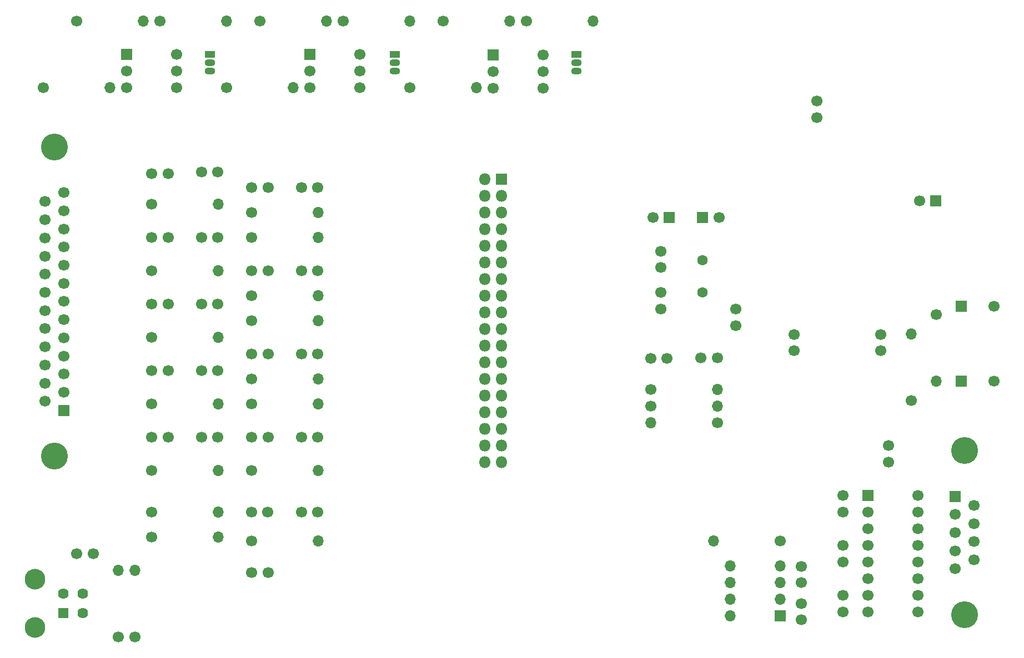
<source format=gbr>
%TF.GenerationSoftware,KiCad,Pcbnew,(5.1.6)-1*%
%TF.CreationDate,2020-07-21T06:39:55-07:00*%
%TF.ProjectId,BPEM488THD,4250454d-3438-4385-9448-442e6b696361,rev?*%
%TF.SameCoordinates,Original*%
%TF.FileFunction,Soldermask,Bot*%
%TF.FilePolarity,Negative*%
%FSLAX46Y46*%
G04 Gerber Fmt 4.6, Leading zero omitted, Abs format (unit mm)*
G04 Created by KiCad (PCBNEW (5.1.6)-1) date 2020-07-21 06:39:55*
%MOMM*%
%LPD*%
G01*
G04 APERTURE LIST*
%ADD10C,1.700000*%
%ADD11O,1.700000X1.700000*%
%ADD12C,4.100000*%
%ADD13R,1.700000X1.700000*%
%ADD14C,1.600000*%
%ADD15R,1.600000X1.100000*%
%ADD16O,1.600000X1.100000*%
%ADD17O,1.800000X1.800000*%
%ADD18R,1.800000X1.800000*%
%ADD19R,1.624000X1.624000*%
%ADD20C,1.624000*%
%ADD21C,3.148000*%
G04 APERTURE END LIST*
D10*
%TO.C,R226*%
X95250000Y-64770000D03*
D11*
X105410000Y-64770000D03*
%TD*%
D12*
%TO.C,J202*%
X69065000Y-120976000D03*
X69065000Y-73876000D03*
D10*
X67645000Y-82191000D03*
X67645000Y-84961000D03*
X67645000Y-87731000D03*
X67645000Y-90501000D03*
X67645000Y-93271000D03*
X67645000Y-96041000D03*
X67645000Y-98811000D03*
X67645000Y-101581000D03*
X67645000Y-104351000D03*
X67645000Y-107121000D03*
X67645000Y-109891000D03*
X67645000Y-112661000D03*
X70485000Y-80806000D03*
X70485000Y-83576000D03*
X70485000Y-86346000D03*
X70485000Y-89116000D03*
X70485000Y-91886000D03*
X70485000Y-94656000D03*
X70485000Y-97426000D03*
X70485000Y-100196000D03*
X70485000Y-102966000D03*
X70485000Y-105736000D03*
X70485000Y-108506000D03*
X70485000Y-111276000D03*
D13*
X70485000Y-114046000D03*
%TD*%
D12*
%TO.C,J201*%
X207795000Y-120200000D03*
X207795000Y-145200000D03*
D10*
X209215000Y-136855000D03*
X209215000Y-134085000D03*
X209215000Y-131315000D03*
X209215000Y-128545000D03*
X206375000Y-138240000D03*
X206375000Y-135470000D03*
X206375000Y-132700000D03*
X206375000Y-129930000D03*
D13*
X206375000Y-127160000D03*
%TD*%
D11*
%TO.C,R211*%
X109220000Y-133985000D03*
D10*
X99060000Y-133985000D03*
%TD*%
%TO.C,C232*%
X196215000Y-121920000D03*
X196215000Y-119420000D03*
%TD*%
%TO.C,C231*%
X189230000Y-134660000D03*
X189230000Y-137160000D03*
%TD*%
%TO.C,U205*%
X200660000Y-144780000D03*
X193040000Y-144780000D03*
X200660000Y-127000000D03*
X200660000Y-129540000D03*
X200660000Y-132080000D03*
X200660000Y-134620000D03*
X200660000Y-137160000D03*
X200660000Y-139700000D03*
X200660000Y-142240000D03*
X193040000Y-142240000D03*
X193040000Y-139700000D03*
X193040000Y-137160000D03*
X193040000Y-134620000D03*
X193040000Y-132080000D03*
X193040000Y-129540000D03*
D13*
X193040000Y-127000000D03*
%TD*%
D10*
%TO.C,C303*%
X185320000Y-69368000D03*
X185320000Y-66868000D03*
%TD*%
%TO.C,C307*%
X170355000Y-84613000D03*
D13*
X167855000Y-84613000D03*
%TD*%
D14*
%TO.C,Y301*%
X167855000Y-91163000D03*
X167855000Y-96043000D03*
%TD*%
D10*
%TO.C,U204*%
X87630000Y-59690000D03*
X87630000Y-62230000D03*
X87630000Y-64770000D03*
X80010000Y-64770000D03*
X80010000Y-62230000D03*
D13*
X80010000Y-59690000D03*
%TD*%
D10*
%TO.C,U203*%
X115570000Y-59690000D03*
X115570000Y-62230000D03*
X115570000Y-64770000D03*
X107950000Y-64770000D03*
X107950000Y-62230000D03*
D13*
X107950000Y-59690000D03*
%TD*%
D10*
%TO.C,U202*%
X143510000Y-59817000D03*
X143510000Y-62357000D03*
X143510000Y-64897000D03*
X135890000Y-64897000D03*
X135890000Y-62357000D03*
D13*
X135890000Y-59817000D03*
%TD*%
D11*
%TO.C,U201*%
X172085000Y-145415000D03*
X179705000Y-137795000D03*
X172085000Y-142875000D03*
X179705000Y-140335000D03*
X172085000Y-140335000D03*
X179705000Y-142875000D03*
X172085000Y-137795000D03*
D13*
X179705000Y-145415000D03*
%TD*%
D11*
%TO.C,R304*%
X199715000Y-102393000D03*
D10*
X199715000Y-112553000D03*
%TD*%
D11*
%TO.C,R303*%
X203525000Y-109543000D03*
D10*
X203525000Y-99383000D03*
%TD*%
D11*
%TO.C,R302*%
X78740000Y-138430000D03*
D10*
X78740000Y-148590000D03*
%TD*%
D11*
%TO.C,R301*%
X81280000Y-138430000D03*
D10*
X81280000Y-148590000D03*
%TD*%
D11*
%TO.C,R225*%
X133350000Y-64770000D03*
D10*
X123190000Y-64770000D03*
%TD*%
D11*
%TO.C,R214*%
X160000000Y-115976000D03*
D10*
X170160000Y-115976000D03*
%TD*%
D11*
%TO.C,R204*%
X109220000Y-87630000D03*
D10*
X99060000Y-87630000D03*
%TD*%
D11*
%TO.C,R203*%
X170160000Y-110896000D03*
D10*
X160000000Y-110896000D03*
%TD*%
D11*
%TO.C,R202*%
X170160000Y-113436000D03*
D10*
X160000000Y-113436000D03*
%TD*%
D11*
%TO.C,R201*%
X169545000Y-133985000D03*
D10*
X179705000Y-133985000D03*
%TD*%
D15*
%TO.C,Q203*%
X92710000Y-59690000D03*
D16*
X92710000Y-62230000D03*
X92710000Y-60960000D03*
%TD*%
D15*
%TO.C,Q202*%
X120930000Y-59690000D03*
D16*
X120930000Y-62230000D03*
X120930000Y-60960000D03*
%TD*%
D15*
%TO.C,Q201*%
X148590000Y-59690000D03*
D16*
X148590000Y-62230000D03*
X148590000Y-60960000D03*
%TD*%
D17*
%TO.C,J302*%
X134620000Y-121920000D03*
X137160000Y-121920000D03*
X134620000Y-119380000D03*
X137160000Y-119380000D03*
X134620000Y-116840000D03*
X137160000Y-116840000D03*
X134620000Y-114300000D03*
X137160000Y-114300000D03*
X134620000Y-111760000D03*
X137160000Y-111760000D03*
X134620000Y-109220000D03*
X137160000Y-109220000D03*
X134620000Y-106680000D03*
X137160000Y-106680000D03*
X134620000Y-104140000D03*
X137160000Y-104140000D03*
X134620000Y-101600000D03*
X137160000Y-101600000D03*
X134620000Y-99060000D03*
X137160000Y-99060000D03*
X134620000Y-96520000D03*
X137160000Y-96520000D03*
X134620000Y-93980000D03*
X137160000Y-93980000D03*
X134620000Y-91440000D03*
X137160000Y-91440000D03*
X134620000Y-88900000D03*
X137160000Y-88900000D03*
X134620000Y-86360000D03*
X137160000Y-86360000D03*
X134620000Y-83820000D03*
X137160000Y-83820000D03*
X134620000Y-81280000D03*
X137160000Y-81280000D03*
X134620000Y-78740000D03*
D18*
X137160000Y-78740000D03*
%TD*%
D19*
%TO.C,J301*%
X70358000Y-145010000D03*
D20*
X70358000Y-142010000D03*
D21*
X66038000Y-147170000D03*
X66038000Y-139850000D03*
D20*
X73358000Y-145010000D03*
X73358000Y-142010000D03*
%TD*%
D10*
%TO.C,C312*%
X212335000Y-109543000D03*
D13*
X207335000Y-109543000D03*
%TD*%
D10*
%TO.C,C311*%
X212335000Y-98113000D03*
D13*
X207335000Y-98113000D03*
%TD*%
D10*
%TO.C,C310*%
X172935000Y-101118000D03*
X172935000Y-98618000D03*
%TD*%
%TO.C,C309*%
X160275000Y-84613000D03*
D13*
X162775000Y-84613000D03*
%TD*%
D10*
%TO.C,C308*%
X72430000Y-135890000D03*
X74930000Y-135890000D03*
%TD*%
%TO.C,C306*%
X200915000Y-82073000D03*
D13*
X203415000Y-82073000D03*
%TD*%
D10*
%TO.C,C305*%
X195005000Y-102433000D03*
X195005000Y-104933000D03*
%TD*%
%TO.C,C304*%
X181855000Y-102433000D03*
X181855000Y-104933000D03*
%TD*%
%TO.C,C302*%
X161505000Y-98543000D03*
X161505000Y-96043000D03*
%TD*%
%TO.C,C301*%
X161505000Y-89733000D03*
X161505000Y-92233000D03*
%TD*%
%TO.C,C218*%
X182880000Y-146010000D03*
X182880000Y-143510000D03*
%TD*%
%TO.C,C217*%
X182880000Y-137835000D03*
X182880000Y-140335000D03*
%TD*%
%TO.C,C212*%
X99100000Y-105410000D03*
X101600000Y-105410000D03*
%TD*%
%TO.C,C211*%
X99100000Y-92710000D03*
X101600000Y-92710000D03*
%TD*%
%TO.C,C210*%
X99100000Y-80010000D03*
X101600000Y-80010000D03*
%TD*%
%TO.C,C209*%
X159940000Y-106136000D03*
X162440000Y-106136000D03*
%TD*%
%TO.C,C204*%
X109180000Y-105410000D03*
X106680000Y-105410000D03*
%TD*%
%TO.C,C203*%
X109180000Y-92710000D03*
X106680000Y-92710000D03*
%TD*%
%TO.C,C202*%
X109180000Y-80010000D03*
X106680000Y-80010000D03*
%TD*%
%TO.C,C201*%
X170120000Y-106070000D03*
X167620000Y-106070000D03*
%TD*%
%TO.C,C205*%
X109180000Y-118110000D03*
X106680000Y-118110000D03*
%TD*%
%TO.C,C206*%
X106680000Y-129540000D03*
X109180000Y-129540000D03*
%TD*%
%TO.C,C207*%
X99120000Y-138800000D03*
X101620000Y-138800000D03*
%TD*%
%TO.C,C208*%
X91440000Y-77650000D03*
X93940000Y-77650000D03*
%TD*%
%TO.C,C213*%
X101600000Y-118110000D03*
X99100000Y-118110000D03*
%TD*%
%TO.C,C214*%
X99060000Y-129540000D03*
X101560000Y-129540000D03*
%TD*%
%TO.C,C216*%
X86360000Y-77880000D03*
X83860000Y-77880000D03*
%TD*%
%TO.C,C219*%
X93940000Y-87630000D03*
X91440000Y-87630000D03*
%TD*%
%TO.C,C220*%
X91440000Y-97790000D03*
X93940000Y-97790000D03*
%TD*%
%TO.C,C221*%
X93940000Y-107950000D03*
X91440000Y-107950000D03*
%TD*%
%TO.C,C222*%
X91440000Y-118110000D03*
X93940000Y-118110000D03*
%TD*%
%TO.C,C223*%
X83860000Y-87630000D03*
X86360000Y-87630000D03*
%TD*%
%TO.C,C224*%
X86360000Y-97790000D03*
X83860000Y-97790000D03*
%TD*%
%TO.C,C225*%
X83860000Y-107950000D03*
X86360000Y-107950000D03*
%TD*%
%TO.C,C226*%
X86360000Y-118110000D03*
X83860000Y-118110000D03*
%TD*%
%TO.C,C230*%
X189230000Y-129540000D03*
X189230000Y-127040000D03*
%TD*%
%TO.C,C233*%
X189230000Y-142280000D03*
X189230000Y-144780000D03*
%TD*%
%TO.C,R205*%
X99060000Y-83820000D03*
D11*
X109220000Y-83820000D03*
%TD*%
%TO.C,R206*%
X109220000Y-100330000D03*
D10*
X99060000Y-100330000D03*
%TD*%
D11*
%TO.C,R207*%
X109220000Y-96520000D03*
D10*
X99060000Y-96520000D03*
%TD*%
D11*
%TO.C,R208*%
X109220000Y-113030000D03*
D10*
X99060000Y-113030000D03*
%TD*%
%TO.C,R209*%
X99060000Y-109220000D03*
D11*
X109220000Y-109220000D03*
%TD*%
D10*
%TO.C,R210*%
X99060000Y-123190000D03*
D11*
X109220000Y-123190000D03*
%TD*%
D10*
%TO.C,R212*%
X83820000Y-133350000D03*
D11*
X93980000Y-133350000D03*
%TD*%
%TO.C,R213*%
X93980000Y-82550000D03*
D10*
X83820000Y-82550000D03*
%TD*%
D11*
%TO.C,R215*%
X93980000Y-92710000D03*
D10*
X83820000Y-92710000D03*
%TD*%
%TO.C,R216*%
X83820000Y-102870000D03*
D11*
X93980000Y-102870000D03*
%TD*%
%TO.C,R217*%
X93980000Y-113030000D03*
D10*
X83820000Y-113030000D03*
%TD*%
%TO.C,R218*%
X83820000Y-123190000D03*
D11*
X93980000Y-123190000D03*
%TD*%
D10*
%TO.C,R219*%
X140970000Y-54610000D03*
D11*
X151130000Y-54610000D03*
%TD*%
%TO.C,R220*%
X123190000Y-54610000D03*
D10*
X113030000Y-54610000D03*
%TD*%
%TO.C,R221*%
X85090000Y-54610000D03*
D11*
X95250000Y-54610000D03*
%TD*%
%TO.C,R222*%
X138430000Y-54610000D03*
D10*
X128270000Y-54610000D03*
%TD*%
%TO.C,R223*%
X100330000Y-54610000D03*
D11*
X110490000Y-54610000D03*
%TD*%
%TO.C,R224*%
X82550000Y-54610000D03*
D10*
X72390000Y-54610000D03*
%TD*%
D11*
%TO.C,R227*%
X77470000Y-64770000D03*
D10*
X67310000Y-64770000D03*
%TD*%
%TO.C,R228*%
X83820000Y-129540000D03*
D11*
X93980000Y-129540000D03*
%TD*%
M02*

</source>
